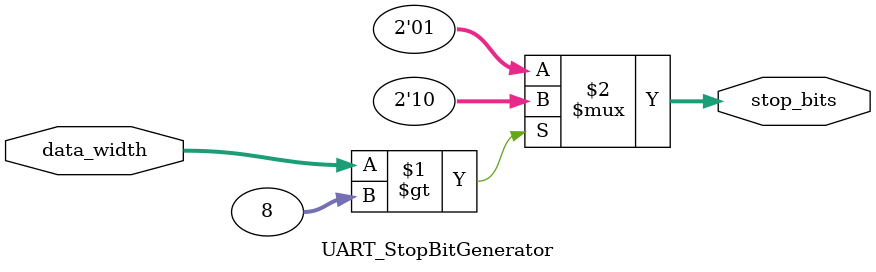
<source format=sv>

module UART_VariableWidth #(
    parameter MAX_WIDTH = 9
)(
    input  wire [3:0]               data_width,    // 5-9 bits configurable
    input  wire [7:0]               rx_data,
    output wire [MAX_WIDTH-1:0]     rx_extended,
    input  wire [MAX_WIDTH-1:0]     tx_truncated,
    output wire [1:0]               stop_bits
);

    // Internal signals
    wire [7:0]                      rx_core;
    wire [MAX_WIDTH-1:0]            tx_core;
    wire [7:0]                      zero_ext_8;
    wire [7:0]                      difference;
    wire                            cla_borrow_out;
    wire [MAX_WIDTH-1:0]            rx_extended_int;

    // Receive data path
    assign rx_core    = rx_data;
    assign tx_core    = tx_truncated;
    assign zero_ext_8 = 8'b0;

    // Subtractor unit: 8-bit carry lookahead borrow subtractor
    CLA_Subtractor8 u_cla_subtractor8 (
        .minuend    (rx_core),
        .subtrahend (zero_ext_8),
        .borrow_in  (1'b0),
        .difference (difference),
        .borrow_out (cla_borrow_out)
    );

    // RX Data Width Selector
    UART_RX_DataWidthSelector #(
        .MAX_WIDTH (MAX_WIDTH)
    ) u_rx_datawidth_selector (
        .data_width     (data_width),
        .difference_8b  (difference),
        .tx_truncated   (tx_truncated),
        .rx_extended    (rx_extended_int)
    );

    assign rx_extended = rx_extended_int;

    // Stop Bit Generator
    UART_StopBitGenerator u_stop_bit_generator (
        .data_width (data_width),
        .stop_bits  (stop_bits)
    );

endmodule


//------------------------------------------------------------------------------
// 8-bit Carry Lookahead Borrow Subtractor
//-----------------------------------------------------------------------------
module CLA_Subtractor8 (
    input  wire [7:0] minuend,
    input  wire [7:0] subtrahend,
    input  wire       borrow_in,
    output wire [7:0] difference,
    output wire       borrow_out
);
    wire [7:0] generate_borrow;
    wire [7:0] propagate_borrow;
    wire [8:0] borrow_chain;

    assign borrow_chain[0] = borrow_in;

    genvar i;
    generate
        for (i = 0; i < 8; i = i + 1) begin : bit_borrow
            assign generate_borrow[i]  = (~minuend[i]) & subtrahend[i];
            assign propagate_borrow[i] = (~minuend[i]) | subtrahend[i];
            assign borrow_chain[i+1]   = generate_borrow[i] | (propagate_borrow[i] & borrow_chain[i]);
            assign difference[i]       = minuend[i] ^ subtrahend[i] ^ borrow_chain[i];
        end
    endgenerate

    assign borrow_out = borrow_chain[8];
endmodule


//------------------------------------------------------------------------------
// UART RX Data Width Selector
//   - Selects/extends rx data based on data width configuration
//-----------------------------------------------------------------------------
module UART_RX_DataWidthSelector #(
    parameter MAX_WIDTH = 9
)(
    input  wire [3:0]               data_width,
    input  wire [7:0]               difference_8b,
    input  wire [MAX_WIDTH-1:0]     tx_truncated,
    output reg  [MAX_WIDTH-1:0]     rx_extended
);
    always @(*) begin
        case (data_width)
            4'd5: rx_extended = {4'b0, difference_8b[4:0]};
            4'd6: rx_extended = {3'b0, difference_8b[5:0]};
            4'd7: rx_extended = {2'b0, difference_8b[6:0]};
            4'd8: rx_extended = {1'b0, difference_8b[7:0]};
            4'd9: rx_extended = tx_truncated; // Directly use 9-bit data
            default: rx_extended = {1'b0, difference_8b}; // Default 8-bit
        endcase
    end
endmodule


//------------------------------------------------------------------------------
// UART Stop Bit Generator
//   - Generates stop bit count based on data width
//-----------------------------------------------------------------------------
module UART_StopBitGenerator (
    input  wire [3:0] data_width,
    output wire [1:0] stop_bits
);
    assign stop_bits = (data_width > 8) ? 2'd2 : 2'd1;
endmodule
</source>
